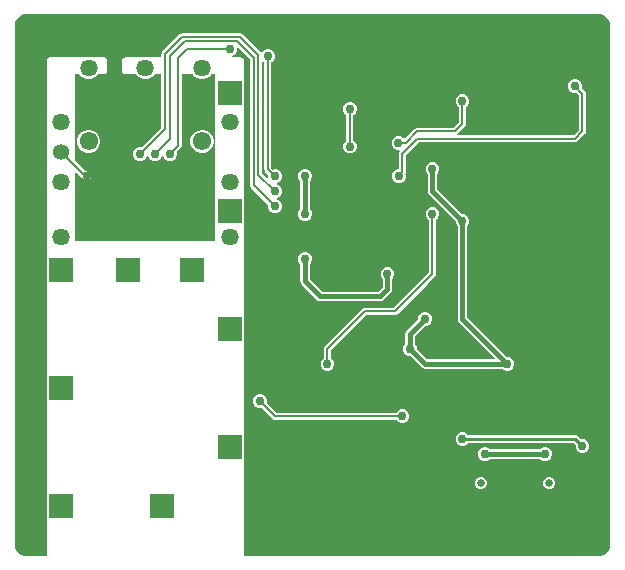
<source format=gbl>
G04*
G04 #@! TF.GenerationSoftware,Altium Limited,Altium Designer,22.2.1 (43)*
G04*
G04 Layer_Physical_Order=2*
G04 Layer_Color=16711680*
%FSLAX25Y25*%
%MOIN*%
G70*
G04*
G04 #@! TF.SameCoordinates,1C25F414-B9C3-4C75-A36B-C8DD24576EA7*
G04*
G04*
G04 #@! TF.FilePolarity,Positive*
G04*
G01*
G75*
%ADD16C,0.01000*%
%ADD44C,0.02559*%
%ADD51C,0.00700*%
%ADD52C,0.01500*%
%ADD53C,0.00800*%
%ADD54C,0.06102*%
%ADD55C,0.05347*%
%ADD56C,0.05740*%
%ADD57R,0.07874X0.07874*%
%ADD58C,0.03000*%
G36*
X83847Y165550D02*
X83978Y165496D01*
Y129850D01*
X84067Y129401D01*
X84321Y129021D01*
X85254Y128088D01*
X85200Y127957D01*
Y127165D01*
X84840Y126947D01*
X84738Y126920D01*
X83080Y128578D01*
Y165610D01*
X83580Y165817D01*
X83847Y165550D01*
D02*
G37*
G36*
X195000Y181697D02*
X195413Y181697D01*
X196224Y181536D01*
X196988Y181219D01*
X197676Y180760D01*
X198260Y180176D01*
X198720Y179488D01*
X199036Y178724D01*
X199197Y177913D01*
X199197Y177500D01*
X199197Y5000D01*
X199197Y4587D01*
X199036Y3776D01*
X198720Y3012D01*
X198260Y2324D01*
X197676Y1740D01*
X196988Y1280D01*
X196224Y964D01*
X195413Y803D01*
X195000Y803D01*
X77095D01*
Y166319D01*
X77033Y166631D01*
X76856Y166896D01*
X76592Y167072D01*
X76279Y167135D01*
X73261D01*
X73162Y167635D01*
X73803Y167900D01*
X74450Y168547D01*
X74800Y169393D01*
Y170308D01*
X74781Y170354D01*
X75205Y170637D01*
X79235Y166606D01*
Y124592D01*
X79325Y124143D01*
X79579Y123763D01*
X85254Y118088D01*
X85200Y117957D01*
Y117043D01*
X85550Y116197D01*
X86197Y115550D01*
X87042Y115200D01*
X87958D01*
X88803Y115550D01*
X89450Y116197D01*
X89800Y117043D01*
Y117957D01*
X89450Y118803D01*
X88803Y119450D01*
X88107Y119738D01*
Y120262D01*
X88803Y120550D01*
X89450Y121197D01*
X89800Y122043D01*
Y122958D01*
X89450Y123803D01*
X88803Y124450D01*
X88107Y124738D01*
Y125262D01*
X88803Y125550D01*
X89450Y126197D01*
X89800Y127042D01*
Y127957D01*
X89450Y128803D01*
X88803Y129450D01*
X87958Y129800D01*
X87042D01*
X86912Y129746D01*
X86322Y130336D01*
Y165496D01*
X86453Y165550D01*
X87100Y166197D01*
X87450Y167043D01*
Y167957D01*
X87100Y168803D01*
X86453Y169450D01*
X85607Y169800D01*
X84693D01*
X83847Y169450D01*
X83330Y168933D01*
X82776Y168911D01*
X82737Y168921D01*
X76829Y174829D01*
X76449Y175083D01*
X76000Y175172D01*
X56500D01*
X56051Y175083D01*
X55671Y174829D01*
X49947Y169105D01*
X49693Y168725D01*
X49604Y168276D01*
Y167135D01*
X45142D01*
X44774Y167233D01*
X43808D01*
X43440Y167135D01*
X37421D01*
X37109Y167072D01*
X36845Y166896D01*
X36668Y166631D01*
X36606Y166319D01*
Y162382D01*
X36668Y162070D01*
X36845Y161805D01*
X37109Y161628D01*
X37421Y161566D01*
X41206D01*
X41355Y161310D01*
X42038Y160626D01*
X42875Y160143D01*
X43808Y159893D01*
X44774D01*
X45708Y160143D01*
X46545Y160626D01*
X47228Y161310D01*
X47376Y161566D01*
X49604D01*
Y143762D01*
X43088Y137246D01*
X42957Y137300D01*
X42042D01*
X41197Y136950D01*
X40550Y136303D01*
X40200Y135458D01*
Y134543D01*
X40550Y133697D01*
X41197Y133050D01*
X42042Y132700D01*
X42957D01*
X43803Y133050D01*
X44450Y133697D01*
X44738Y134393D01*
X45262D01*
X45550Y133697D01*
X46197Y133050D01*
X47043Y132700D01*
X47958D01*
X48803Y133050D01*
X49450Y133697D01*
X49738Y134393D01*
X50262D01*
X50550Y133697D01*
X51197Y133050D01*
X52043Y132700D01*
X52957D01*
X53803Y133050D01*
X54450Y133697D01*
X54800Y134543D01*
Y135458D01*
X54746Y135588D01*
X55998Y136840D01*
X56252Y137220D01*
X56341Y137669D01*
Y161566D01*
X60104D01*
X60252Y161310D01*
X60935Y160626D01*
X61772Y160143D01*
X62706Y159893D01*
X63672D01*
X64606Y160143D01*
X65443Y160626D01*
X66126Y161310D01*
X66274Y161566D01*
X67590D01*
Y106111D01*
X20993D01*
Y128546D01*
X21455Y128737D01*
X23081Y127111D01*
X23462Y126857D01*
X23910Y126768D01*
X24074D01*
X24171Y126671D01*
X24551Y126417D01*
X25000Y126328D01*
X25449Y126417D01*
X25829Y126671D01*
X26083Y127051D01*
X26173Y127500D01*
X26083Y127949D01*
X25829Y128329D01*
X25389Y128769D01*
X25009Y129023D01*
X24560Y129113D01*
X24396D01*
X20993Y132516D01*
Y161566D01*
X22309D01*
X22457Y161310D01*
X23140Y160626D01*
X23977Y160143D01*
X24911Y159893D01*
X25877D01*
X26810Y160143D01*
X27647Y160626D01*
X28330Y161310D01*
X28479Y161566D01*
X30728D01*
X31040Y161628D01*
X31305Y161805D01*
X31482Y162070D01*
X31544Y162382D01*
Y166319D01*
X31482Y166631D01*
X31305Y166896D01*
X31040Y167072D01*
X30728Y167135D01*
X26245D01*
X25877Y167233D01*
X24911D01*
X24543Y167135D01*
X12303D01*
X11991Y167072D01*
X11726Y166896D01*
X11550Y166631D01*
X11488Y166319D01*
Y803D01*
X5000D01*
X4587Y803D01*
X3776Y964D01*
X3012Y1280D01*
X2324Y1740D01*
X1740Y2324D01*
X1280Y3012D01*
X964Y3776D01*
X803Y4587D01*
X803Y5000D01*
Y177500D01*
X803Y177913D01*
X964Y178724D01*
X1280Y179488D01*
X1740Y180176D01*
X2324Y180760D01*
X3012Y181219D01*
X3776Y181536D01*
X4587Y181697D01*
X5000Y181697D01*
X195000Y181697D01*
D02*
G37*
%LPC*%
G36*
X187958Y159800D02*
X187042D01*
X186197Y159450D01*
X185550Y158803D01*
X185200Y157957D01*
Y157043D01*
X185550Y156197D01*
X186197Y155550D01*
X187042Y155200D01*
X187958D01*
X188088Y155254D01*
X188828Y154514D01*
Y142986D01*
X187014Y141173D01*
X148483D01*
X148331Y141665D01*
X148331Y141673D01*
X150829Y144171D01*
X151083Y144551D01*
X151172Y145000D01*
Y150496D01*
X151303Y150550D01*
X151950Y151197D01*
X152300Y152042D01*
Y152957D01*
X151950Y153803D01*
X151303Y154450D01*
X150458Y154800D01*
X149542D01*
X148697Y154450D01*
X148050Y153803D01*
X147700Y152957D01*
Y152042D01*
X148050Y151197D01*
X148697Y150550D01*
X148828Y150496D01*
Y145486D01*
X147014Y143673D01*
X135000D01*
X134551Y143583D01*
X134171Y143329D01*
X130978Y140136D01*
X130291Y140157D01*
X129948Y140500D01*
X129103Y140850D01*
X128188D01*
X127342Y140500D01*
X126696Y139853D01*
X126345Y139008D01*
Y138093D01*
X126696Y137247D01*
X127342Y136600D01*
X128188Y136250D01*
X128885D01*
X129043Y136018D01*
X129124Y135759D01*
X128917Y135449D01*
X128828Y135000D01*
Y129800D01*
X128358D01*
X127513Y129450D01*
X126866Y128803D01*
X126516Y127957D01*
Y127042D01*
X126866Y126197D01*
X127513Y125550D01*
X128358Y125200D01*
X129273D01*
X130119Y125550D01*
X130766Y126197D01*
X131116Y127042D01*
Y127957D01*
X130936Y128391D01*
X131083Y128611D01*
X131173Y129060D01*
Y134514D01*
X135486Y138828D01*
X187500D01*
X187949Y138917D01*
X188329Y139171D01*
X190829Y141671D01*
X191083Y142051D01*
X191173Y142500D01*
Y155000D01*
X191083Y155449D01*
X190829Y155829D01*
X189746Y156912D01*
X189800Y157043D01*
Y157957D01*
X189450Y158803D01*
X188803Y159450D01*
X187958Y159800D01*
D02*
G37*
G36*
X63696Y143005D02*
X62682D01*
X61703Y142742D01*
X60824Y142235D01*
X60107Y141518D01*
X59600Y140640D01*
X59338Y139661D01*
Y138646D01*
X59600Y137667D01*
X60107Y136789D01*
X60824Y136072D01*
X61703Y135565D01*
X62682Y135302D01*
X63696D01*
X64675Y135565D01*
X65554Y136072D01*
X66271Y136789D01*
X66778Y137667D01*
X67040Y138646D01*
Y139661D01*
X66778Y140640D01*
X66271Y141518D01*
X65554Y142235D01*
X64675Y142742D01*
X63696Y143005D01*
D02*
G37*
G36*
X25901D02*
X24887D01*
X23907Y142742D01*
X23029Y142235D01*
X22312Y141518D01*
X21805Y140640D01*
X21542Y139661D01*
Y138646D01*
X21805Y137667D01*
X22312Y136789D01*
X23029Y136072D01*
X23907Y135565D01*
X24887Y135302D01*
X25901D01*
X26880Y135565D01*
X27758Y136072D01*
X28475Y136789D01*
X28982Y137667D01*
X29245Y138646D01*
Y139661D01*
X28982Y140640D01*
X28475Y141518D01*
X27758Y142235D01*
X26880Y142742D01*
X25901Y143005D01*
D02*
G37*
G36*
X112958Y152300D02*
X112042D01*
X111197Y151950D01*
X110550Y151303D01*
X110200Y150458D01*
Y149542D01*
X110550Y148697D01*
X111197Y148050D01*
X111328Y147996D01*
Y139468D01*
X111135Y139388D01*
X110488Y138741D01*
X110138Y137895D01*
Y136980D01*
X110488Y136135D01*
X111135Y135488D01*
X111980Y135138D01*
X112895D01*
X113741Y135488D01*
X114388Y136135D01*
X114738Y136980D01*
Y137895D01*
X114388Y138741D01*
X113741Y139388D01*
X113672Y139416D01*
Y147996D01*
X113803Y148050D01*
X114450Y148697D01*
X114800Y149542D01*
Y150458D01*
X114450Y151303D01*
X113803Y151950D01*
X112958Y152300D01*
D02*
G37*
G36*
X97957Y129950D02*
X97043D01*
X96197Y129600D01*
X95550Y128953D01*
X95200Y128108D01*
Y127192D01*
X95550Y126347D01*
X95920Y125978D01*
Y116672D01*
X95550Y116303D01*
X95200Y115457D01*
Y114542D01*
X95550Y113697D01*
X96197Y113050D01*
X97043Y112700D01*
X97957D01*
X98803Y113050D01*
X99450Y113697D01*
X99800Y114542D01*
Y115457D01*
X99450Y116303D01*
X99080Y116672D01*
Y125978D01*
X99450Y126347D01*
X99800Y127192D01*
Y128108D01*
X99450Y128953D01*
X98803Y129600D01*
X97957Y129950D01*
D02*
G37*
G36*
Y102300D02*
X97043D01*
X96197Y101950D01*
X95550Y101303D01*
X95200Y100458D01*
Y99542D01*
X95550Y98697D01*
X95920Y98328D01*
Y92500D01*
X96040Y91895D01*
X96382Y91382D01*
X101383Y86383D01*
X101895Y86040D01*
X102500Y85920D01*
X122500D01*
X123105Y86040D01*
X123617Y86383D01*
X126118Y88882D01*
X126460Y89395D01*
X126580Y90000D01*
Y93328D01*
X126950Y93697D01*
X127300Y94542D01*
Y95458D01*
X126950Y96303D01*
X126303Y96950D01*
X125458Y97300D01*
X124542D01*
X123697Y96950D01*
X123050Y96303D01*
X122700Y95458D01*
Y94542D01*
X123050Y93697D01*
X123420Y93328D01*
Y90655D01*
X121845Y89080D01*
X103155D01*
X99080Y93155D01*
Y98328D01*
X99450Y98697D01*
X99800Y99542D01*
Y100458D01*
X99450Y101303D01*
X98803Y101950D01*
X97957Y102300D01*
D02*
G37*
G36*
X140457Y132300D02*
X139542D01*
X138697Y131950D01*
X138050Y131303D01*
X137700Y130457D01*
Y129543D01*
X138050Y128697D01*
X138420Y128328D01*
Y122500D01*
X138540Y121895D01*
X138883Y121382D01*
X147700Y112565D01*
Y112042D01*
X148050Y111197D01*
X148420Y110828D01*
Y80000D01*
X148540Y79395D01*
X148882Y78882D01*
X160723Y67042D01*
X160531Y66580D01*
X138155D01*
X134800Y69935D01*
Y70458D01*
X134450Y71303D01*
X134080Y71672D01*
Y74345D01*
X137435Y77700D01*
X137958D01*
X138803Y78050D01*
X139450Y78697D01*
X139800Y79542D01*
Y80458D01*
X139450Y81303D01*
X138803Y81950D01*
X137958Y82300D01*
X137042D01*
X136197Y81950D01*
X135550Y81303D01*
X135200Y80458D01*
Y79935D01*
X131383Y76117D01*
X131040Y75605D01*
X130920Y75000D01*
Y71672D01*
X130550Y71303D01*
X130200Y70458D01*
Y69542D01*
X130550Y68697D01*
X131197Y68050D01*
X132043Y67700D01*
X132565D01*
X136382Y63882D01*
X136895Y63540D01*
X137500Y63420D01*
X163328D01*
X163697Y63050D01*
X164542Y62700D01*
X165457D01*
X166303Y63050D01*
X166950Y63697D01*
X167300Y64543D01*
Y65457D01*
X166950Y66303D01*
X166303Y66950D01*
X165457Y67300D01*
X164935D01*
X151580Y80655D01*
Y110828D01*
X151950Y111197D01*
X152300Y112042D01*
Y112958D01*
X151950Y113803D01*
X151303Y114450D01*
X150458Y114800D01*
X149935D01*
X141580Y123155D01*
Y128328D01*
X141950Y128697D01*
X142300Y129543D01*
Y130457D01*
X141950Y131303D01*
X141303Y131950D01*
X140457Y132300D01*
D02*
G37*
G36*
Y117300D02*
X139542D01*
X138697Y116950D01*
X138050Y116303D01*
X137700Y115457D01*
Y114542D01*
X138050Y113697D01*
X138697Y113050D01*
X138828Y112996D01*
Y95486D01*
X136852Y93510D01*
X136635Y93365D01*
X126993Y83723D01*
X117500D01*
X117032Y83630D01*
X116635Y83365D01*
X104135Y70865D01*
X103870Y70468D01*
X103777Y70000D01*
X103828Y69744D01*
Y67004D01*
X103697Y66950D01*
X103050Y66303D01*
X102700Y65457D01*
Y64543D01*
X103050Y63697D01*
X103697Y63050D01*
X104543Y62700D01*
X105457D01*
X106303Y63050D01*
X106950Y63697D01*
X107300Y64543D01*
Y65457D01*
X106950Y66303D01*
X106303Y66950D01*
X106173Y67004D01*
Y69442D01*
X118007Y81277D01*
X127500D01*
X127968Y81370D01*
X128365Y81635D01*
X138365Y91635D01*
X138510Y91852D01*
X140829Y94171D01*
X141083Y94551D01*
X141173Y95000D01*
Y112996D01*
X141303Y113050D01*
X141950Y113697D01*
X142300Y114542D01*
Y115457D01*
X141950Y116303D01*
X141303Y116950D01*
X140457Y117300D01*
D02*
G37*
G36*
X82958Y54800D02*
X82042D01*
X81197Y54450D01*
X80550Y53803D01*
X80200Y52957D01*
Y52043D01*
X80550Y51197D01*
X81197Y50550D01*
X82042Y50200D01*
X82958D01*
X83088Y50254D01*
X86671Y46671D01*
X87051Y46417D01*
X87500Y46327D01*
X127996D01*
X128050Y46197D01*
X128697Y45550D01*
X129543Y45200D01*
X130457D01*
X131303Y45550D01*
X131950Y46197D01*
X132300Y47043D01*
Y47958D01*
X131950Y48803D01*
X131303Y49450D01*
X130457Y49800D01*
X129543D01*
X128697Y49450D01*
X128050Y48803D01*
X127996Y48673D01*
X87986D01*
X84746Y51912D01*
X84800Y52043D01*
Y52957D01*
X84450Y53803D01*
X83803Y54450D01*
X82958Y54800D01*
D02*
G37*
G36*
X177957Y37300D02*
X177042D01*
X176197Y36950D01*
X175828Y36580D01*
X159172D01*
X158803Y36950D01*
X157957Y37300D01*
X157043D01*
X156197Y36950D01*
X155550Y36303D01*
X155200Y35458D01*
Y34543D01*
X155550Y33697D01*
X156197Y33050D01*
X157043Y32700D01*
X157957D01*
X158803Y33050D01*
X159172Y33420D01*
X175828D01*
X176197Y33050D01*
X177042Y32700D01*
X177957D01*
X178803Y33050D01*
X179450Y33697D01*
X179800Y34543D01*
Y35458D01*
X179450Y36303D01*
X178803Y36950D01*
X177957Y37300D01*
D02*
G37*
G36*
X150458Y42300D02*
X149542D01*
X148697Y41950D01*
X148050Y41303D01*
X147700Y40457D01*
Y39542D01*
X148050Y38697D01*
X148697Y38050D01*
X149542Y37700D01*
X150458D01*
X151303Y38050D01*
X151927Y38675D01*
X186951D01*
X187700Y37925D01*
Y37042D01*
X188050Y36197D01*
X188697Y35550D01*
X189542Y35200D01*
X190457D01*
X191303Y35550D01*
X191950Y36197D01*
X192300Y37042D01*
Y37958D01*
X191950Y38803D01*
X191303Y39450D01*
X190457Y39800D01*
X189575D01*
X188437Y40937D01*
X188007Y41225D01*
X187500Y41326D01*
X151927D01*
X151303Y41950D01*
X150458Y42300D01*
D02*
G37*
G36*
X179292Y27335D02*
X178464D01*
X177700Y27019D01*
X177115Y26434D01*
X176798Y25670D01*
Y24842D01*
X177115Y24078D01*
X177700Y23493D01*
X178464Y23176D01*
X179292D01*
X180056Y23493D01*
X180641Y24078D01*
X180957Y24842D01*
Y25670D01*
X180641Y26434D01*
X180056Y27019D01*
X179292Y27335D01*
D02*
G37*
G36*
X156536D02*
X155708D01*
X154944Y27019D01*
X154359Y26434D01*
X154042Y25670D01*
Y24842D01*
X154359Y24078D01*
X154944Y23493D01*
X155708Y23176D01*
X156536D01*
X157300Y23493D01*
X157885Y24078D01*
X158202Y24842D01*
Y25670D01*
X157885Y26434D01*
X157300Y27019D01*
X156536Y27335D01*
D02*
G37*
%LPD*%
D16*
X187500Y40000D02*
X190000Y37500D01*
X150008Y40000D02*
X187500D01*
D44*
X156122Y25256D02*
D03*
X178878D02*
D03*
D51*
X24560Y127940D02*
X25000Y127500D01*
X23910Y127940D02*
X24560D01*
X16240Y135610D02*
X23910Y127940D01*
X131082Y138583D02*
X135000Y142500D01*
X128645Y138550D02*
X128678Y138583D01*
X131082D01*
X130000Y135000D02*
X135000Y140000D01*
X130000Y129060D02*
Y135000D01*
X128816Y127500D02*
Y127876D01*
X130000Y129060D01*
X112500Y137500D02*
Y150000D01*
X112438Y137438D02*
X112500Y137500D01*
X190000Y142500D02*
Y155000D01*
X187500Y157500D02*
X190000Y155000D01*
X135000Y142500D02*
X147500D01*
X150000Y145000D01*
Y152500D01*
X135000Y140000D02*
X187500D01*
X190000Y142500D01*
X140000Y95000D02*
Y115000D01*
X137500Y92500D02*
X140000Y95000D01*
X87500Y47500D02*
X130000D01*
X82500Y52500D02*
X87500Y47500D01*
X105000Y65000D02*
Y70000D01*
X85150Y129850D02*
X87500Y127500D01*
X52500Y140000D02*
Y167500D01*
X57500Y172500D01*
X55169Y166795D02*
X58224Y169850D01*
X47500Y135000D02*
X52500Y140000D01*
X55169Y137669D02*
Y166795D01*
X52500Y135000D02*
X55169Y137669D01*
X58224Y169850D02*
X72500D01*
X57500Y172500D02*
X75000D01*
X56500Y174000D02*
X76000D01*
X80408Y124592D02*
Y167092D01*
X75000Y172500D02*
X80408Y167092D01*
X50776Y168276D02*
X56500Y174000D01*
X76000D02*
X81908Y168092D01*
X80408Y124592D02*
X87500Y117500D01*
X50776Y143276D02*
Y168276D01*
X42500Y135000D02*
X50776Y143276D01*
X81908Y128092D02*
Y168092D01*
Y128092D02*
X87500Y122500D01*
X85150Y129850D02*
Y167500D01*
X85000D02*
X85150D01*
D52*
X97500Y115000D02*
Y127650D01*
X140000Y122500D02*
X150000Y112500D01*
X140000Y122500D02*
Y130000D01*
X122500Y87500D02*
X125000Y90000D01*
Y95000D01*
X102500Y87500D02*
X122500D01*
X97500Y92500D02*
Y100000D01*
Y92500D02*
X102500Y87500D01*
X132500Y70000D02*
Y75000D01*
X137500Y80000D01*
X132500Y70000D02*
X137500Y65000D01*
X150000Y80000D02*
X165000Y65000D01*
X150000Y80000D02*
Y112500D01*
X137500Y65000D02*
X165000D01*
X157500Y35000D02*
X177500D01*
D53*
X117500Y82500D02*
X127500D01*
X137500Y92500D01*
X105000Y70000D02*
X117500Y82500D01*
D54*
X63189Y139154D02*
D03*
X25394D02*
D03*
D55*
X16240Y135610D02*
D03*
D56*
Y145453D02*
D03*
Y125768D02*
D03*
Y107264D02*
D03*
X25394Y163563D02*
D03*
X44291D02*
D03*
X63189D02*
D03*
X72342Y145453D02*
D03*
Y125768D02*
D03*
Y107264D02*
D03*
D57*
X16240Y96240D02*
D03*
Y56870D02*
D03*
Y17500D02*
D03*
X38583Y96240D02*
D03*
X50000Y17500D02*
D03*
X59842Y96240D02*
D03*
X72342Y37185D02*
D03*
Y76555D02*
D03*
Y115925D02*
D03*
Y155295D02*
D03*
D58*
X190000Y37500D02*
D03*
X97500Y115000D02*
D03*
X25000Y127500D02*
D03*
X128645Y138550D02*
D03*
X128816Y127500D02*
D03*
X112438Y137438D02*
D03*
X150000Y112500D02*
D03*
X112500Y170000D02*
D03*
X122500Y125000D02*
D03*
X117500Y132500D02*
D03*
X120000Y95000D02*
D03*
X132500Y70000D02*
D03*
X107500Y95000D02*
D03*
X150000Y127500D02*
D03*
X140000Y130000D02*
D03*
X155000Y135000D02*
D03*
X187500Y157500D02*
D03*
X150000Y152500D02*
D03*
X135000Y167500D02*
D03*
X107500Y162500D02*
D03*
X112500Y150000D02*
D03*
X165000Y65000D02*
D03*
X177500Y35000D02*
D03*
X157500D02*
D03*
X185000D02*
D03*
X150000Y40000D02*
D03*
X167500Y47500D02*
D03*
X150000Y52500D02*
D03*
Y45000D02*
D03*
X140000Y115000D02*
D03*
X125000Y95000D02*
D03*
X137500Y80000D02*
D03*
X130000Y47500D02*
D03*
X82500Y52500D02*
D03*
X105000Y65000D02*
D03*
X87500Y127500D02*
D03*
X97500Y127650D02*
D03*
X52500Y135000D02*
D03*
X72500Y169850D02*
D03*
X47500Y135000D02*
D03*
X87500Y117500D02*
D03*
X42500Y135000D02*
D03*
X87500Y122500D02*
D03*
X85150Y167500D02*
D03*
X97500Y100000D02*
D03*
M02*

</source>
